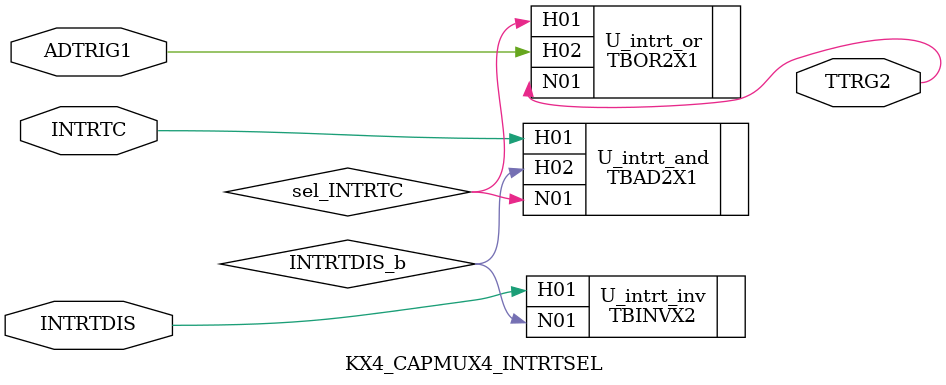
<source format=v>




module KX4_CAPMUX4 (
	 TTRG2
	,INTRTC
	,INTRTDISL ,INTRTDISR

	,BBCLKR
	,BBCLKM

//	,BBRPERR
	,BBREQPCLK
	,BBCKSELR
	,BBPRDATA15
	,BBPRDATA14
	,BBPRDATA13
	,BBPRDATA12
	,BBPRDATA11
	,BBPRDATA10
	,BBPRDATA9
	,BBPRDATA8
	,BBPRDATA7
	,BBPRDATA6
	,BBPRDATA5
	,BBPRDATA4
	,BBPRDATA3
	,BBPRDATA2
	,BBPRDATA1
	,BBPRDATA0
	,BBWAITMEM
	,BBWAIT56
	,BBINT0
	,BBINT1
	,BBINT2
	,BBINT3
	,BBINT4
	,BBINT5
	,BBINT6
	,BBINT7
	,BBINT8
	,BBINT9
	,BBINT10
	,BBINT11
	,BBINT12
	,BBINT13
	,BBMODE
	,BBSCANOUT
	,ADTRIG0
//	,ADTRIG1
	,FRQ4EN
	,BBCKSELM
	,BBHIOON
	,BBREGCTL

/*	,BBCLKRT*/	,BBCLKRL	,BBCLKRR	// ,BBCLKRD
/*	,BBCLKMT*/	,BBCLKML	,BBCLKMR	// ,BBCLKMD
//	,		BBRPERRL	,BBRPERRR		
/*	,BBREQPCLKT*/	,BBREQPCLKL	,BBREQPCLKR	// ,BBREQPCLKD
/*	,BBCKSELRT*/	,BBCKSELRL	,BBCKSELRR	// ,BBCKSELRD
/*	,BBPRDATA15T*/	,BBPRDATA15L	,BBPRDATA15R	// ,BBPRDATA15D
/*	,BBPRDATA14T*/	,BBPRDATA14L	,BBPRDATA14R	// ,BBPRDATA14D
/*	,BBPRDATA13T*/	,BBPRDATA13L	,BBPRDATA13R	// ,BBPRDATA13D
/*	,BBPRDATA12T*/	,BBPRDATA12L	,BBPRDATA12R	// ,BBPRDATA12D
/*	,BBPRDATA11T*/	,BBPRDATA11L	,BBPRDATA11R	// ,BBPRDATA11D
/*	,BBPRDATA10T*/	,BBPRDATA10L	,BBPRDATA10R	// ,BBPRDATA10D
/*	,BBPRDATA9T*/	,BBPRDATA9L	,BBPRDATA9R	// ,BBPRDATA9D
/*	,BBPRDATA8T*/	,BBPRDATA8L	,BBPRDATA8R	// ,BBPRDATA8D
/*	,BBPRDATA7T*/	,BBPRDATA7L	,BBPRDATA7R	// ,BBPRDATA7D
/*	,BBPRDATA6T*/	,BBPRDATA6L	,BBPRDATA6R	// ,BBPRDATA6D
/*	,BBPRDATA5T*/	,BBPRDATA5L	,BBPRDATA5R	// ,BBPRDATA5D
/*	,BBPRDATA4T*/	,BBPRDATA4L	,BBPRDATA4R	// ,BBPRDATA4D
/*	,BBPRDATA3T*/	,BBPRDATA3L	,BBPRDATA3R	// ,BBPRDATA3D
/*	,BBPRDATA2T*/	,BBPRDATA2L	,BBPRDATA2R	// ,BBPRDATA2D
/*	,BBPRDATA1T*/	,BBPRDATA1L	,BBPRDATA1R	// ,BBPRDATA1D
/*	,BBPRDATA0T*/	,BBPRDATA0L	,BBPRDATA0R	// ,BBPRDATA0D
/*	,BBWAITMEMT*/	,BBWAITMEML	,BBWAITMEMR	// ,BBWAITMEMD
/*	,BBWAIT56T*/	,BBWAIT56L	,BBWAIT56R	// ,BBWAIT56D
	,		 BBINT0L	,BBINT0R		
	,		 BBINT1L	,BBINT1R	
	,		 BBINT2L	,BBINT2R	
	,		 BBINT3L	,BBINT3R	
	,		 BBINT4L	,BBINT4R	
	,		 BBINT5L	,BBINT5R	
	,		 BBINT6L	,BBINT6R	
	,		 BBINT7L	,BBINT7R	
	,		 BBINT8L	,BBINT8R	
/*	,BBINT9T*/	,BBINT9L	,BBINT9R	// ,BBINT9D
/*	,BBINT10T*/	,BBINT10L	,BBINT10R	// ,BBINT10D
/*	,BBINT11T*/	,BBINT11L	,BBINT11R	// ,BBINT11D
/*	,BBINT12T*/	,BBINT12L	,BBINT12R	// ,BBINT12D
/*	,BBINT13T*/	,BBINT13L	,BBINT13R	// ,BBINT13D
/*	,BBMODET*/	,BBMODEL	,BBMODER	// ,BBMODED
/*	,BBSCANOUTT*/	,BBSCANOUTL	,BBSCANOUTR	// ,BBSCANOUTD
/*	,ADTRIG0T*/	,ADTRIG0L	,ADTRIG0R	// ,ADTRIG0D
	,		 ADTRIG1L	,ADTRIG1R	
/*	,FRQ4ENT*/	,FRQ4ENL	,FRQ4ENR	// ,FRQ4END
/*	,BBCKSELMT*/	,BBCKSELML	,BBCKSELMR	// ,BBCKSELMD
/*	,BBHIOONT*/	,BBHIOONL	,BBHIOONR	// ,BBHIOOND
/*	,BBREGCTLT*/	,BBREGCTLL	,BBREGCTLR	// ,BBREGCTLD
);

output	TTRG2 ;
input	INTRTC ;
input	INTRTDISL ,INTRTDISR ;

output	BBCLKR ;
output	BBCLKM ;

//output	BBRPERR ;
output	BBREQPCLK ;
output	BBCKSELR ;
output	BBPRDATA15 ;
output	BBPRDATA14 ;
output	BBPRDATA13 ;
output	BBPRDATA12 ;
output	BBPRDATA11 ;
output	BBPRDATA10 ;
output	BBPRDATA9 ;
output	BBPRDATA8 ;
output	BBPRDATA7 ;
output	BBPRDATA6 ;
output	BBPRDATA5 ;
output	BBPRDATA4 ;
output	BBPRDATA3 ;
output	BBPRDATA2 ;
output	BBPRDATA1 ;
output	BBPRDATA0 ;
output	BBWAITMEM ;
output	BBWAIT56 ;
output	BBINT0 ;
output	BBINT1 ;
output	BBINT2 ;
output	BBINT3 ;
output	BBINT4 ;
output	BBINT5 ;
output	BBINT6 ;
output	BBINT7 ;
output	BBINT8 ;
output	BBINT9 ;
output	BBINT10 ;
output	BBINT11 ;
output	BBINT12 ;
output	BBINT13 ;
output	BBMODE ;
output	BBSCANOUT ;
output	ADTRIG0 ;
// output	ADTRIG1 ;
output	FRQ4EN ;
output	BBCKSELM ;
output	BBHIOON ;
output	BBREGCTL ;

input	/*BBCLKRT*/	BBCLKRL		,BBCLKRR	; // ,BBCLKRD	;
input	/*BBCLKMT*/	BBCLKML		,BBCLKMR	; // ,BBCLKMD	;
//input			BBRPERRL	,BBRPERRR			;
input	/*BBREQPCLKT*/	BBREQPCLKL	,BBREQPCLKR	; // ,BBREQPCLKD	;
input	/*BBCKSELRT*/	BBCKSELRL	,BBCKSELRR	; // ,BBCKSELRD	;
input	/*BBPRDATA15T*/	BBPRDATA15L	,BBPRDATA15R	; // ,BBPRDATA15D	;
input	/*BBPRDATA14T*/	BBPRDATA14L	,BBPRDATA14R	; // ,BBPRDATA14D	;
input	/*BBPRDATA13T*/	BBPRDATA13L	,BBPRDATA13R	; // ,BBPRDATA13D	;
input	/*BBPRDATA12T*/	BBPRDATA12L	,BBPRDATA12R	; // ,BBPRDATA12D	;
input	/*BBPRDATA11T*/	BBPRDATA11L	,BBPRDATA11R	; // ,BBPRDATA11D	;
input	/*BBPRDATA10T*/	BBPRDATA10L	,BBPRDATA10R	; // ,BBPRDATA10D	;
input	/*BBPRDATA9T*/	BBPRDATA9L	,BBPRDATA9R	; // ,BBPRDATA9D	;
input	/*BBPRDATA8T*/	BBPRDATA8L	,BBPRDATA8R	; // ,BBPRDATA8D	;
input	/*BBPRDATA7T*/	BBPRDATA7L	,BBPRDATA7R	; // ,BBPRDATA7D	;
input	/*BBPRDATA6T*/	BBPRDATA6L	,BBPRDATA6R	; // ,BBPRDATA6D	;
input	/*BBPRDATA5T*/	BBPRDATA5L	,BBPRDATA5R	; // ,BBPRDATA5D	;
input	/*BBPRDATA4T*/	BBPRDATA4L	,BBPRDATA4R	; // ,BBPRDATA4D	;
input	/*BBPRDATA3T*/	BBPRDATA3L	,BBPRDATA3R	; // ,BBPRDATA3D	;
input	/*BBPRDATA2T*/	BBPRDATA2L	,BBPRDATA2R	; // ,BBPRDATA2D	;
input	/*BBPRDATA1T*/	BBPRDATA1L	,BBPRDATA1R	; // ,BBPRDATA1D	;
input	/*BBPRDATA0T*/	BBPRDATA0L	,BBPRDATA0R	; // ,BBPRDATA0D	;
input	/*BBWAITMEMT*/	BBWAITMEML	,BBWAITMEMR	; // ,BBWAITMEMD	;
input	/*BBWAIT56T*/	BBWAIT56L	,BBWAIT56R	; // ,BBWAIT56D	;
input			 BBINT0L	,BBINT0R			;
input			 BBINT1L	,BBINT1R		;
input			 BBINT2L	,BBINT2R		;
input			 BBINT3L	,BBINT3R		;
input			 BBINT4L	,BBINT4R		;
input			 BBINT5L	,BBINT5R		;
input			 BBINT6L	,BBINT6R		;
input			 BBINT7L	,BBINT7R		;
input			 BBINT8L	,BBINT8R		;
input	/*BBINT9T*/	BBINT9L		,BBINT9R	; // ,BBINT9D	;
input	/*BBINT10T*/	BBINT10L	,BBINT10R	; // ,BBINT10D	;
input	/*BBINT11T*/	BBINT11L	,BBINT11R	; // ,BBINT11D	;
input	/*BBINT12T*/	BBINT12L	,BBINT12R	; // ,BBINT12D	;
input	/*BBINT13T*/	BBINT13L	,BBINT13R	; // ,BBINT13D	;
input	/*BBMODET*/	BBMODEL		,BBMODER	; // ,BBMODED	;
input	/*BBSCANOUTT*/	BBSCANOUTL	,BBSCANOUTR	; // ,BBSCANOUTD	;
input	/*ADTRIG0T*/	ADTRIG0L	,ADTRIG0R	; // ,ADTRIG0D	;
input			ADTRIG1L	,ADTRIG1R		;
input	/*FRQ4ENT*/	FRQ4ENL		,FRQ4ENR	; // ,FRQ4END	;
input	/*BBCKSELMT*/	BBCKSELML	,BBCKSELMR	; // ,BBCKSELMD	;
input	/*BBHIOONT*/	BBHIOONL	,BBHIOONR	; // ,BBHIOOND	;
input	/*BBREGCTLT*/	BBREGCTLL	,BBREGCTLR	; // ,BBREGCTLD	;






	// for CLKs
	KX4_CAPMUX_OR2	or_clko01 ( .out1( BBCLKR	) /*,.in_t( BBCLKRT	) */,.in_l( BBCLKRL	) ,.in_r( BBCLKRR	) /*,.in_d( BBCLKRD	)*/ );
	KX4_CAPMUX_OR2	or_clko02 ( .out1( BBCLKM	) /*,.in_t( BBCLKMT	) */,.in_l( BBCLKML	) ,.in_r( BBCLKMR	) /*,.in_d( BBCLKMD	)*/ );


	// for SIGNALs
//	KX4_CAPMUX_OR2	or_sigo03 ( .out1( BBRPERR	) 			  ,.in_l( BBRPERRL	) ,.in_r( BBRPERRR	) 			  );
	KX4_CAPMUX_OR2	or_sigo04 ( .out1( BBREQPCLK	) /*,.in_t( BBREQPCLKT	) */,.in_l( BBREQPCLKL	) ,.in_r( BBREQPCLKR	) /*,.in_d( BBREQPCLKD	)*/ );
	KX4_CAPMUX_OR2	or_sigo05 ( .out1( BBCKSELR	) /*,.in_t( BBCKSELRT	) */,.in_l( BBCKSELRL	) ,.in_r( BBCKSELRR	) /*,.in_d( BBCKSELRD	)*/ );
	KX4_CAPMUX_OR2	or_sigo06 ( .out1( BBPRDATA15	) /*,.in_t( BBPRDATA15T	) */,.in_l( BBPRDATA15L	) ,.in_r( BBPRDATA15R	) /*,.in_d( BBPRDATA15D	)*/ );
	KX4_CAPMUX_OR2	or_sigo07 ( .out1( BBPRDATA14	) /*,.in_t( BBPRDATA14T	) */,.in_l( BBPRDATA14L	) ,.in_r( BBPRDATA14R	) /*,.in_d( BBPRDATA14D	)*/ );
	KX4_CAPMUX_OR2	or_sigo08 ( .out1( BBPRDATA13	) /*,.in_t( BBPRDATA13T	) */,.in_l( BBPRDATA13L	) ,.in_r( BBPRDATA13R	) /*,.in_d( BBPRDATA13D	)*/ );
	KX4_CAPMUX_OR2	or_sigo09 ( .out1( BBPRDATA12	) /*,.in_t( BBPRDATA12T	) */,.in_l( BBPRDATA12L	) ,.in_r( BBPRDATA12R	) /*,.in_d( BBPRDATA12D	)*/ );
	KX4_CAPMUX_OR2	or_sigo10 ( .out1( BBPRDATA11	) /*,.in_t( BBPRDATA11T	) */,.in_l( BBPRDATA11L	) ,.in_r( BBPRDATA11R	) /*,.in_d( BBPRDATA11D	)*/ );
	KX4_CAPMUX_OR2	or_sigo11 ( .out1( BBPRDATA10	) /*,.in_t( BBPRDATA10T	) */,.in_l( BBPRDATA10L	) ,.in_r( BBPRDATA10R	) /*,.in_d( BBPRDATA10D	)*/ );
	KX4_CAPMUX_OR2	or_sigo12 ( .out1( BBPRDATA9	) /*,.in_t( BBPRDATA9T	) */,.in_l( BBPRDATA9L	) ,.in_r( BBPRDATA9R	) /*,.in_d( BBPRDATA9D	)*/ );
	KX4_CAPMUX_OR2	or_sigo13 ( .out1( BBPRDATA8	) /*,.in_t( BBPRDATA8T	) */,.in_l( BBPRDATA8L	) ,.in_r( BBPRDATA8R	) /*,.in_d( BBPRDATA8D	)*/ );
	KX4_CAPMUX_OR2	or_sigo14 ( .out1( BBPRDATA7	) /*,.in_t( BBPRDATA7T	) */,.in_l( BBPRDATA7L	) ,.in_r( BBPRDATA7R	) /*,.in_d( BBPRDATA7D	)*/ );
	KX4_CAPMUX_OR2	or_sigo15 ( .out1( BBPRDATA6	) /*,.in_t( BBPRDATA6T	) */,.in_l( BBPRDATA6L	) ,.in_r( BBPRDATA6R	) /*,.in_d( BBPRDATA6D	)*/ );
	KX4_CAPMUX_OR2	or_sigo16 ( .out1( BBPRDATA5	) /*,.in_t( BBPRDATA5T	) */,.in_l( BBPRDATA5L	) ,.in_r( BBPRDATA5R	) /*,.in_d( BBPRDATA5D	)*/ );
	KX4_CAPMUX_OR2	or_sigo17 ( .out1( BBPRDATA4	) /*,.in_t( BBPRDATA4T	) */,.in_l( BBPRDATA4L	) ,.in_r( BBPRDATA4R	) /*,.in_d( BBPRDATA4D	)*/ );
	KX4_CAPMUX_OR2	or_sigo18 ( .out1( BBPRDATA3	) /*,.in_t( BBPRDATA3T	) */,.in_l( BBPRDATA3L	) ,.in_r( BBPRDATA3R	) /*,.in_d( BBPRDATA3D	)*/ );
	KX4_CAPMUX_OR2	or_sigo19 ( .out1( BBPRDATA2	) /*,.in_t( BBPRDATA2T	) */,.in_l( BBPRDATA2L	) ,.in_r( BBPRDATA2R	) /*,.in_d( BBPRDATA2D	)*/ );
	KX4_CAPMUX_OR2	or_sigo20 ( .out1( BBPRDATA1	) /*,.in_t( BBPRDATA1T	) */,.in_l( BBPRDATA1L	) ,.in_r( BBPRDATA1R	) /*,.in_d( BBPRDATA1D	)*/ );
	KX4_CAPMUX_OR2	or_sigo21 ( .out1( BBPRDATA0	) /*,.in_t( BBPRDATA0T	) */,.in_l( BBPRDATA0L	) ,.in_r( BBPRDATA0R	) /*,.in_d( BBPRDATA0D	)*/ );
	KX4_CAPMUX_OR2	or_sigo22 ( .out1( BBWAITMEM	) /*,.in_t( BBWAITMEMT	) */,.in_l( BBWAITMEML	) ,.in_r( BBWAITMEMR	) /*,.in_d( BBWAITMEMD	)*/ );
	KX4_CAPMUX_OR2	or_sigo23 ( .out1( BBWAIT56	) /*,.in_t( BBWAIT56T	) */,.in_l( BBWAIT56L	) ,.in_r( BBWAIT56R	) /*,.in_d( BBWAIT56D	)*/ );
	KX4_CAPMUX_OR2	or_sigo24 ( .out1( BBINT0	) 			  ,.in_l( BBINT0L	) ,.in_r( BBINT0R	) 			  );
	KX4_CAPMUX_OR2	or_sigo25 ( .out1( BBINT1	) 			  ,.in_l( BBINT1L	) ,.in_r( BBINT1R	) 			  );
	KX4_CAPMUX_OR2	or_sigo26 ( .out1( BBINT2	) 			  ,.in_l( BBINT2L	) ,.in_r( BBINT2R	) 			  );
	KX4_CAPMUX_OR2	or_sigo27 ( .out1( BBINT3	) 			  ,.in_l( BBINT3L	) ,.in_r( BBINT3R	) 			  );
	KX4_CAPMUX_OR2	or_sigo28 ( .out1( BBINT4	) 			  ,.in_l( BBINT4L	) ,.in_r( BBINT4R	) 			  );
	KX4_CAPMUX_OR2	or_sigo29 ( .out1( BBINT5	) 			  ,.in_l( BBINT5L	) ,.in_r( BBINT5R	) 			  );
	KX4_CAPMUX_OR2	or_sigo30 ( .out1( BBINT6	) 			  ,.in_l( BBINT6L	) ,.in_r( BBINT6R	) 			  );
	KX4_CAPMUX_OR2	or_sigo31 ( .out1( BBINT7	) 			  ,.in_l( BBINT7L	) ,.in_r( BBINT7R	) 			  );
	KX4_CAPMUX_OR2	or_sigo32 ( .out1( BBINT8	) 			  ,.in_l( BBINT8L	) ,.in_r( BBINT8R	) 			  );
	KX4_CAPMUX_OR2	or_sigo33 ( .out1( BBINT9	) /*,.in_t( BBINT9T	) */,.in_l( BBINT9L	) ,.in_r( BBINT9R	) /*,.in_d( BBINT9D	)*/ );
	KX4_CAPMUX_OR2	or_sigo34 ( .out1( BBINT10	) /*,.in_t( BBINT10T	) */,.in_l( BBINT10L	) ,.in_r( BBINT10R	) /*,.in_d( BBINT10D	)*/ );
	KX4_CAPMUX_OR2	or_sigo35 ( .out1( BBINT11	) /*,.in_t( BBINT11T	) */,.in_l( BBINT11L	) ,.in_r( BBINT11R	) /*,.in_d( BBINT11D	)*/ );
	KX4_CAPMUX_OR2	or_sigo36 ( .out1( BBINT12	) /*,.in_t( BBINT12T	) */,.in_l( BBINT12L	) ,.in_r( BBINT12R	) /*,.in_d( BBINT12D	)*/ );
	KX4_CAPMUX_OR2	or_sigo37 ( .out1( BBINT13	) /*,.in_t( BBINT13T	) */,.in_l( BBINT13L	) ,.in_r( BBINT13R	) /*,.in_d( BBINT13D	)*/ );
	KX4_CAPMUX_OR2	or_sigo38 ( .out1( BBMODE	) /*,.in_t( BBMODET	) */,.in_l( BBMODEL	) ,.in_r( BBMODER	) /*,.in_d( BBMODED	)*/ );
	KX4_CAPMUX_OR2	or_sigo39 ( .out1( BBSCANOUT	) /*,.in_t( BBSCANOUTT	) */,.in_l( BBSCANOUTL	) ,.in_r( BBSCANOUTR	) /*,.in_d( BBSCANOUTD	)*/ );
	KX4_CAPMUX_OR2	or_sigo40 ( .out1( ADTRIG0	) /*,.in_t( ADTRIG0T	) */,.in_l( ADTRIG0L	) ,.in_r( ADTRIG0R	) /*,.in_d( ADTRIG0D	)*/ );
	KX4_CAPMUX_OR2	or_sigo41 ( .out1( ADTRIG1	) 			  ,.in_l( ADTRIG1L	) ,.in_r( ADTRIG1R	) 			  );
	KX4_CAPMUX_OR2	or_sigo42 ( .out1( FRQ4EN	) /*,.in_t( FRQ4ENT	) */,.in_l( FRQ4ENL	) ,.in_r( FRQ4ENR	) /*,.in_d( FRQ4END	)*/ );
	KX4_CAPMUX_OR2	or_sigo43 ( .out1( INTRTDIS	) 			  ,.in_l( INTRTDISL	) ,.in_r( INTRTDISR	) 			  );
	KX4_CAPMUX_OR2	or_sigo44 ( .out1( BBCKSELM	) /*,.in_t( BBCKSELMT	) */,.in_l( BBCKSELML	) ,.in_r( BBCKSELMR	) /*,.in_d( BBCKSELMD	)*/ );
	KX4_CAPMUX_OR2	or_sigo45 ( .out1( BBHIOON	) /*,.in_t( BBHIOONT	) */,.in_l( BBHIOONL	) ,.in_r( BBHIOONR	) /*,.in_d( BBHIOOND	)*/ );
	KX4_CAPMUX_OR2	or_sigo46 ( .out1( BBREGCTL	) /*,.in_t( BBREGCTLT	) */,.in_l( BBREGCTLL	) ,.in_r( BBREGCTLR	) /*,.in_d( BBREGCTLD	)*/ );
	


	KX4_CAPMUX4_INTRTSEL intrtc_sel ( .TTRG2( TTRG2 ) ,.ADTRIG1( ADTRIG1 ) ,.INTRTC( INTRTC ) ,.INTRTDIS( INTRTDIS ) );
endmodule


module KX4_CAPMUX_OR4 ( out1 ,in_t ,in_l ,in_r ,in_d );
input in_t;
input in_l;
input in_r;
input in_d;

output out1;

wire   out_top_left ;
wire   out_dwn_rigt ;

//	TBOR4X2 U1 ( .N01(out1) ,.H01(in_t) ,.H02(in_l) ,.H03(in_r) ,.H04(in_d) );

	TBOR2X1 or1_top_left ( .N01( out_top_left ) ,.H01(in_t) ,.H02(in_l) );
	TBOR2X1 or2_dwn_rigt ( .N01( out_dwn_rigt ) ,.H01(in_d) ,.H02(in_r) );

	TBOR2X1 or3 ( .N01( out1 ) ,.H01(out_top_left) ,.H02(out_dwn_rigt) );
endmodule

module KX4_CAPMUX_OR2 ( out1 ,in_l ,in_r );
input in_l;
input in_r;

output out1;

	TBOR2X1 or3 ( .N01( out1 ) ,.H01(in_l) ,.H02(in_r) );
endmodule

module KX4_CAPMUX4_INTRTSEL ( TTRG2 ,ADTRIG1 ,INTRTC ,INTRTDIS );
output	TTRG2 ;
input	ADTRIG1 ;
input	INTRTC	;
input	INTRTDIS ;

	TBINVX2	U_intrt_inv ( .N01( INTRTDIS_b ) ,.H01( INTRTDIS ) ) ;
	TBAD2X1 U_intrt_and ( .N01( sel_INTRTC ) ,.H01( INTRTC ) ,.H02( INTRTDIS_b ) );
	TBOR2X1 U_intrt_or  ( .N01( TTRG2 ) ,.H01( sel_INTRTC ) ,.H02( ADTRIG1 ) );

endmodule

</source>
